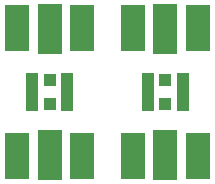
<source format=gtp>
G04 Layer_Color=8421504*
%FSLAX44Y44*%
%MOMM*%
G71*
G01*
G75*
%ADD10R,1.1000X1.7000*%
%ADD11R,1.1000X1.1000*%
%ADD12R,2.0000X4.2500*%
%ADD13R,2.0000X4.0000*%
D10*
X32500Y68001D02*
D03*
Y83001D02*
D03*
X62000D02*
D03*
Y68001D02*
D03*
X130500D02*
D03*
Y83001D02*
D03*
X160000D02*
D03*
Y68001D02*
D03*
D11*
X47250Y65001D02*
D03*
Y86001D02*
D03*
X145250Y65001D02*
D03*
Y86001D02*
D03*
D12*
X47250Y128501D02*
D03*
Y22501D02*
D03*
X145250Y128501D02*
D03*
X145250Y22501D02*
D03*
D13*
X74950Y129501D02*
D03*
X19550D02*
D03*
X19550Y21501D02*
D03*
X74950Y21501D02*
D03*
X172950Y129501D02*
D03*
X117550D02*
D03*
X117550Y21501D02*
D03*
X172950D02*
D03*
M02*

</source>
